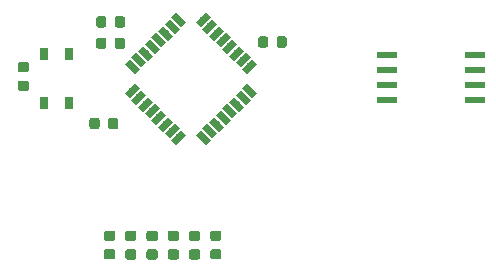
<source format=gtp>
G04 #@! TF.GenerationSoftware,KiCad,Pcbnew,(5.0.0)*
G04 #@! TF.CreationDate,2019-01-23T06:14:12+09:00*
G04 #@! TF.ProjectId,PDS,5044532E6B696361645F706362000000,rev?*
G04 #@! TF.SameCoordinates,Original*
G04 #@! TF.FileFunction,Paste,Top*
G04 #@! TF.FilePolarity,Positive*
%FSLAX46Y46*%
G04 Gerber Fmt 4.6, Leading zero omitted, Abs format (unit mm)*
G04 Created by KiCad (PCBNEW (5.0.0)) date 01/23/19 06:14:12*
%MOMM*%
%LPD*%
G01*
G04 APERTURE LIST*
%ADD10C,1.000000*%
%ADD11C,0.875000*%
%ADD12R,1.750000X0.550000*%
%ADD13R,0.650000X1.050000*%
%ADD14C,0.600000*%
G04 APERTURE END LIST*
D10*
G04 #@! TO.C,C3*
G36*
X70415191Y-112326053D02*
X70436426Y-112329203D01*
X70457250Y-112334419D01*
X70477462Y-112341651D01*
X70496868Y-112350830D01*
X70515281Y-112361866D01*
X70532524Y-112374654D01*
X70548430Y-112389070D01*
X70562846Y-112404976D01*
X70575634Y-112422219D01*
X70586670Y-112440632D01*
X70595849Y-112460038D01*
X70603081Y-112480250D01*
X70608297Y-112501074D01*
X70611447Y-112522309D01*
X70612500Y-112543750D01*
X70612500Y-113056250D01*
X70611447Y-113077691D01*
X70608297Y-113098926D01*
X70603081Y-113119750D01*
X70595849Y-113139962D01*
X70586670Y-113159368D01*
X70575634Y-113177781D01*
X70562846Y-113195024D01*
X70548430Y-113210930D01*
X70532524Y-113225346D01*
X70515281Y-113238134D01*
X70496868Y-113249170D01*
X70477462Y-113258349D01*
X70457250Y-113265581D01*
X70436426Y-113270797D01*
X70415191Y-113273947D01*
X70393750Y-113275000D01*
X69956250Y-113275000D01*
X69934809Y-113273947D01*
X69913574Y-113270797D01*
X69892750Y-113265581D01*
X69872538Y-113258349D01*
X69853132Y-113249170D01*
X69834719Y-113238134D01*
X69817476Y-113225346D01*
X69801570Y-113210930D01*
X69787154Y-113195024D01*
X69774366Y-113177781D01*
X69763330Y-113159368D01*
X69754151Y-113139962D01*
X69746919Y-113119750D01*
X69741703Y-113098926D01*
X69738553Y-113077691D01*
X69737500Y-113056250D01*
X69737500Y-112543750D01*
X69738553Y-112522309D01*
X69741703Y-112501074D01*
X69746919Y-112480250D01*
X69754151Y-112460038D01*
X69763330Y-112440632D01*
X69774366Y-112422219D01*
X69787154Y-112404976D01*
X69801570Y-112389070D01*
X69817476Y-112374654D01*
X69834719Y-112361866D01*
X69853132Y-112350830D01*
X69872538Y-112341651D01*
X69892750Y-112334419D01*
X69913574Y-112329203D01*
X69934809Y-112326053D01*
X69956250Y-112325000D01*
X70393750Y-112325000D01*
X70415191Y-112326053D01*
X70415191Y-112326053D01*
G37*
D11*
X70175000Y-112800000D03*
D10*
G36*
X68840191Y-112326053D02*
X68861426Y-112329203D01*
X68882250Y-112334419D01*
X68902462Y-112341651D01*
X68921868Y-112350830D01*
X68940281Y-112361866D01*
X68957524Y-112374654D01*
X68973430Y-112389070D01*
X68987846Y-112404976D01*
X69000634Y-112422219D01*
X69011670Y-112440632D01*
X69020849Y-112460038D01*
X69028081Y-112480250D01*
X69033297Y-112501074D01*
X69036447Y-112522309D01*
X69037500Y-112543750D01*
X69037500Y-113056250D01*
X69036447Y-113077691D01*
X69033297Y-113098926D01*
X69028081Y-113119750D01*
X69020849Y-113139962D01*
X69011670Y-113159368D01*
X69000634Y-113177781D01*
X68987846Y-113195024D01*
X68973430Y-113210930D01*
X68957524Y-113225346D01*
X68940281Y-113238134D01*
X68921868Y-113249170D01*
X68902462Y-113258349D01*
X68882250Y-113265581D01*
X68861426Y-113270797D01*
X68840191Y-113273947D01*
X68818750Y-113275000D01*
X68381250Y-113275000D01*
X68359809Y-113273947D01*
X68338574Y-113270797D01*
X68317750Y-113265581D01*
X68297538Y-113258349D01*
X68278132Y-113249170D01*
X68259719Y-113238134D01*
X68242476Y-113225346D01*
X68226570Y-113210930D01*
X68212154Y-113195024D01*
X68199366Y-113177781D01*
X68188330Y-113159368D01*
X68179151Y-113139962D01*
X68171919Y-113119750D01*
X68166703Y-113098926D01*
X68163553Y-113077691D01*
X68162500Y-113056250D01*
X68162500Y-112543750D01*
X68163553Y-112522309D01*
X68166703Y-112501074D01*
X68171919Y-112480250D01*
X68179151Y-112460038D01*
X68188330Y-112440632D01*
X68199366Y-112422219D01*
X68212154Y-112404976D01*
X68226570Y-112389070D01*
X68242476Y-112374654D01*
X68259719Y-112361866D01*
X68278132Y-112350830D01*
X68297538Y-112341651D01*
X68317750Y-112334419D01*
X68338574Y-112329203D01*
X68359809Y-112326053D01*
X68381250Y-112325000D01*
X68818750Y-112325000D01*
X68840191Y-112326053D01*
X68840191Y-112326053D01*
G37*
D11*
X68600000Y-112800000D03*
G04 #@! TD*
D10*
G04 #@! TO.C,C4*
G36*
X70415191Y-114126053D02*
X70436426Y-114129203D01*
X70457250Y-114134419D01*
X70477462Y-114141651D01*
X70496868Y-114150830D01*
X70515281Y-114161866D01*
X70532524Y-114174654D01*
X70548430Y-114189070D01*
X70562846Y-114204976D01*
X70575634Y-114222219D01*
X70586670Y-114240632D01*
X70595849Y-114260038D01*
X70603081Y-114280250D01*
X70608297Y-114301074D01*
X70611447Y-114322309D01*
X70612500Y-114343750D01*
X70612500Y-114856250D01*
X70611447Y-114877691D01*
X70608297Y-114898926D01*
X70603081Y-114919750D01*
X70595849Y-114939962D01*
X70586670Y-114959368D01*
X70575634Y-114977781D01*
X70562846Y-114995024D01*
X70548430Y-115010930D01*
X70532524Y-115025346D01*
X70515281Y-115038134D01*
X70496868Y-115049170D01*
X70477462Y-115058349D01*
X70457250Y-115065581D01*
X70436426Y-115070797D01*
X70415191Y-115073947D01*
X70393750Y-115075000D01*
X69956250Y-115075000D01*
X69934809Y-115073947D01*
X69913574Y-115070797D01*
X69892750Y-115065581D01*
X69872538Y-115058349D01*
X69853132Y-115049170D01*
X69834719Y-115038134D01*
X69817476Y-115025346D01*
X69801570Y-115010930D01*
X69787154Y-114995024D01*
X69774366Y-114977781D01*
X69763330Y-114959368D01*
X69754151Y-114939962D01*
X69746919Y-114919750D01*
X69741703Y-114898926D01*
X69738553Y-114877691D01*
X69737500Y-114856250D01*
X69737500Y-114343750D01*
X69738553Y-114322309D01*
X69741703Y-114301074D01*
X69746919Y-114280250D01*
X69754151Y-114260038D01*
X69763330Y-114240632D01*
X69774366Y-114222219D01*
X69787154Y-114204976D01*
X69801570Y-114189070D01*
X69817476Y-114174654D01*
X69834719Y-114161866D01*
X69853132Y-114150830D01*
X69872538Y-114141651D01*
X69892750Y-114134419D01*
X69913574Y-114129203D01*
X69934809Y-114126053D01*
X69956250Y-114125000D01*
X70393750Y-114125000D01*
X70415191Y-114126053D01*
X70415191Y-114126053D01*
G37*
D11*
X70175000Y-114600000D03*
D10*
G36*
X68840191Y-114126053D02*
X68861426Y-114129203D01*
X68882250Y-114134419D01*
X68902462Y-114141651D01*
X68921868Y-114150830D01*
X68940281Y-114161866D01*
X68957524Y-114174654D01*
X68973430Y-114189070D01*
X68987846Y-114204976D01*
X69000634Y-114222219D01*
X69011670Y-114240632D01*
X69020849Y-114260038D01*
X69028081Y-114280250D01*
X69033297Y-114301074D01*
X69036447Y-114322309D01*
X69037500Y-114343750D01*
X69037500Y-114856250D01*
X69036447Y-114877691D01*
X69033297Y-114898926D01*
X69028081Y-114919750D01*
X69020849Y-114939962D01*
X69011670Y-114959368D01*
X69000634Y-114977781D01*
X68987846Y-114995024D01*
X68973430Y-115010930D01*
X68957524Y-115025346D01*
X68940281Y-115038134D01*
X68921868Y-115049170D01*
X68902462Y-115058349D01*
X68882250Y-115065581D01*
X68861426Y-115070797D01*
X68840191Y-115073947D01*
X68818750Y-115075000D01*
X68381250Y-115075000D01*
X68359809Y-115073947D01*
X68338574Y-115070797D01*
X68317750Y-115065581D01*
X68297538Y-115058349D01*
X68278132Y-115049170D01*
X68259719Y-115038134D01*
X68242476Y-115025346D01*
X68226570Y-115010930D01*
X68212154Y-114995024D01*
X68199366Y-114977781D01*
X68188330Y-114959368D01*
X68179151Y-114939962D01*
X68171919Y-114919750D01*
X68166703Y-114898926D01*
X68163553Y-114877691D01*
X68162500Y-114856250D01*
X68162500Y-114343750D01*
X68163553Y-114322309D01*
X68166703Y-114301074D01*
X68171919Y-114280250D01*
X68179151Y-114260038D01*
X68188330Y-114240632D01*
X68199366Y-114222219D01*
X68212154Y-114204976D01*
X68226570Y-114189070D01*
X68242476Y-114174654D01*
X68259719Y-114161866D01*
X68278132Y-114150830D01*
X68297538Y-114141651D01*
X68317750Y-114134419D01*
X68338574Y-114129203D01*
X68359809Y-114126053D01*
X68381250Y-114125000D01*
X68818750Y-114125000D01*
X68840191Y-114126053D01*
X68840191Y-114126053D01*
G37*
D11*
X68600000Y-114600000D03*
G04 #@! TD*
D10*
G04 #@! TO.C,C5*
G36*
X69840191Y-120926053D02*
X69861426Y-120929203D01*
X69882250Y-120934419D01*
X69902462Y-120941651D01*
X69921868Y-120950830D01*
X69940281Y-120961866D01*
X69957524Y-120974654D01*
X69973430Y-120989070D01*
X69987846Y-121004976D01*
X70000634Y-121022219D01*
X70011670Y-121040632D01*
X70020849Y-121060038D01*
X70028081Y-121080250D01*
X70033297Y-121101074D01*
X70036447Y-121122309D01*
X70037500Y-121143750D01*
X70037500Y-121656250D01*
X70036447Y-121677691D01*
X70033297Y-121698926D01*
X70028081Y-121719750D01*
X70020849Y-121739962D01*
X70011670Y-121759368D01*
X70000634Y-121777781D01*
X69987846Y-121795024D01*
X69973430Y-121810930D01*
X69957524Y-121825346D01*
X69940281Y-121838134D01*
X69921868Y-121849170D01*
X69902462Y-121858349D01*
X69882250Y-121865581D01*
X69861426Y-121870797D01*
X69840191Y-121873947D01*
X69818750Y-121875000D01*
X69381250Y-121875000D01*
X69359809Y-121873947D01*
X69338574Y-121870797D01*
X69317750Y-121865581D01*
X69297538Y-121858349D01*
X69278132Y-121849170D01*
X69259719Y-121838134D01*
X69242476Y-121825346D01*
X69226570Y-121810930D01*
X69212154Y-121795024D01*
X69199366Y-121777781D01*
X69188330Y-121759368D01*
X69179151Y-121739962D01*
X69171919Y-121719750D01*
X69166703Y-121698926D01*
X69163553Y-121677691D01*
X69162500Y-121656250D01*
X69162500Y-121143750D01*
X69163553Y-121122309D01*
X69166703Y-121101074D01*
X69171919Y-121080250D01*
X69179151Y-121060038D01*
X69188330Y-121040632D01*
X69199366Y-121022219D01*
X69212154Y-121004976D01*
X69226570Y-120989070D01*
X69242476Y-120974654D01*
X69259719Y-120961866D01*
X69278132Y-120950830D01*
X69297538Y-120941651D01*
X69317750Y-120934419D01*
X69338574Y-120929203D01*
X69359809Y-120926053D01*
X69381250Y-120925000D01*
X69818750Y-120925000D01*
X69840191Y-120926053D01*
X69840191Y-120926053D01*
G37*
D11*
X69600000Y-121400000D03*
D10*
G36*
X68265191Y-120926053D02*
X68286426Y-120929203D01*
X68307250Y-120934419D01*
X68327462Y-120941651D01*
X68346868Y-120950830D01*
X68365281Y-120961866D01*
X68382524Y-120974654D01*
X68398430Y-120989070D01*
X68412846Y-121004976D01*
X68425634Y-121022219D01*
X68436670Y-121040632D01*
X68445849Y-121060038D01*
X68453081Y-121080250D01*
X68458297Y-121101074D01*
X68461447Y-121122309D01*
X68462500Y-121143750D01*
X68462500Y-121656250D01*
X68461447Y-121677691D01*
X68458297Y-121698926D01*
X68453081Y-121719750D01*
X68445849Y-121739962D01*
X68436670Y-121759368D01*
X68425634Y-121777781D01*
X68412846Y-121795024D01*
X68398430Y-121810930D01*
X68382524Y-121825346D01*
X68365281Y-121838134D01*
X68346868Y-121849170D01*
X68327462Y-121858349D01*
X68307250Y-121865581D01*
X68286426Y-121870797D01*
X68265191Y-121873947D01*
X68243750Y-121875000D01*
X67806250Y-121875000D01*
X67784809Y-121873947D01*
X67763574Y-121870797D01*
X67742750Y-121865581D01*
X67722538Y-121858349D01*
X67703132Y-121849170D01*
X67684719Y-121838134D01*
X67667476Y-121825346D01*
X67651570Y-121810930D01*
X67637154Y-121795024D01*
X67624366Y-121777781D01*
X67613330Y-121759368D01*
X67604151Y-121739962D01*
X67596919Y-121719750D01*
X67591703Y-121698926D01*
X67588553Y-121677691D01*
X67587500Y-121656250D01*
X67587500Y-121143750D01*
X67588553Y-121122309D01*
X67591703Y-121101074D01*
X67596919Y-121080250D01*
X67604151Y-121060038D01*
X67613330Y-121040632D01*
X67624366Y-121022219D01*
X67637154Y-121004976D01*
X67651570Y-120989070D01*
X67667476Y-120974654D01*
X67684719Y-120961866D01*
X67703132Y-120950830D01*
X67722538Y-120941651D01*
X67742750Y-120934419D01*
X67763574Y-120929203D01*
X67784809Y-120926053D01*
X67806250Y-120925000D01*
X68243750Y-120925000D01*
X68265191Y-120926053D01*
X68265191Y-120926053D01*
G37*
D11*
X68025000Y-121400000D03*
G04 #@! TD*
D10*
G04 #@! TO.C,C6*
G36*
X82540191Y-114026053D02*
X82561426Y-114029203D01*
X82582250Y-114034419D01*
X82602462Y-114041651D01*
X82621868Y-114050830D01*
X82640281Y-114061866D01*
X82657524Y-114074654D01*
X82673430Y-114089070D01*
X82687846Y-114104976D01*
X82700634Y-114122219D01*
X82711670Y-114140632D01*
X82720849Y-114160038D01*
X82728081Y-114180250D01*
X82733297Y-114201074D01*
X82736447Y-114222309D01*
X82737500Y-114243750D01*
X82737500Y-114756250D01*
X82736447Y-114777691D01*
X82733297Y-114798926D01*
X82728081Y-114819750D01*
X82720849Y-114839962D01*
X82711670Y-114859368D01*
X82700634Y-114877781D01*
X82687846Y-114895024D01*
X82673430Y-114910930D01*
X82657524Y-114925346D01*
X82640281Y-114938134D01*
X82621868Y-114949170D01*
X82602462Y-114958349D01*
X82582250Y-114965581D01*
X82561426Y-114970797D01*
X82540191Y-114973947D01*
X82518750Y-114975000D01*
X82081250Y-114975000D01*
X82059809Y-114973947D01*
X82038574Y-114970797D01*
X82017750Y-114965581D01*
X81997538Y-114958349D01*
X81978132Y-114949170D01*
X81959719Y-114938134D01*
X81942476Y-114925346D01*
X81926570Y-114910930D01*
X81912154Y-114895024D01*
X81899366Y-114877781D01*
X81888330Y-114859368D01*
X81879151Y-114839962D01*
X81871919Y-114819750D01*
X81866703Y-114798926D01*
X81863553Y-114777691D01*
X81862500Y-114756250D01*
X81862500Y-114243750D01*
X81863553Y-114222309D01*
X81866703Y-114201074D01*
X81871919Y-114180250D01*
X81879151Y-114160038D01*
X81888330Y-114140632D01*
X81899366Y-114122219D01*
X81912154Y-114104976D01*
X81926570Y-114089070D01*
X81942476Y-114074654D01*
X81959719Y-114061866D01*
X81978132Y-114050830D01*
X81997538Y-114041651D01*
X82017750Y-114034419D01*
X82038574Y-114029203D01*
X82059809Y-114026053D01*
X82081250Y-114025000D01*
X82518750Y-114025000D01*
X82540191Y-114026053D01*
X82540191Y-114026053D01*
G37*
D11*
X82300000Y-114500000D03*
D10*
G36*
X84115191Y-114026053D02*
X84136426Y-114029203D01*
X84157250Y-114034419D01*
X84177462Y-114041651D01*
X84196868Y-114050830D01*
X84215281Y-114061866D01*
X84232524Y-114074654D01*
X84248430Y-114089070D01*
X84262846Y-114104976D01*
X84275634Y-114122219D01*
X84286670Y-114140632D01*
X84295849Y-114160038D01*
X84303081Y-114180250D01*
X84308297Y-114201074D01*
X84311447Y-114222309D01*
X84312500Y-114243750D01*
X84312500Y-114756250D01*
X84311447Y-114777691D01*
X84308297Y-114798926D01*
X84303081Y-114819750D01*
X84295849Y-114839962D01*
X84286670Y-114859368D01*
X84275634Y-114877781D01*
X84262846Y-114895024D01*
X84248430Y-114910930D01*
X84232524Y-114925346D01*
X84215281Y-114938134D01*
X84196868Y-114949170D01*
X84177462Y-114958349D01*
X84157250Y-114965581D01*
X84136426Y-114970797D01*
X84115191Y-114973947D01*
X84093750Y-114975000D01*
X83656250Y-114975000D01*
X83634809Y-114973947D01*
X83613574Y-114970797D01*
X83592750Y-114965581D01*
X83572538Y-114958349D01*
X83553132Y-114949170D01*
X83534719Y-114938134D01*
X83517476Y-114925346D01*
X83501570Y-114910930D01*
X83487154Y-114895024D01*
X83474366Y-114877781D01*
X83463330Y-114859368D01*
X83454151Y-114839962D01*
X83446919Y-114819750D01*
X83441703Y-114798926D01*
X83438553Y-114777691D01*
X83437500Y-114756250D01*
X83437500Y-114243750D01*
X83438553Y-114222309D01*
X83441703Y-114201074D01*
X83446919Y-114180250D01*
X83454151Y-114160038D01*
X83463330Y-114140632D01*
X83474366Y-114122219D01*
X83487154Y-114104976D01*
X83501570Y-114089070D01*
X83517476Y-114074654D01*
X83534719Y-114061866D01*
X83553132Y-114050830D01*
X83572538Y-114041651D01*
X83592750Y-114034419D01*
X83613574Y-114029203D01*
X83634809Y-114026053D01*
X83656250Y-114025000D01*
X84093750Y-114025000D01*
X84115191Y-114026053D01*
X84115191Y-114026053D01*
G37*
D11*
X83875000Y-114500000D03*
G04 #@! TD*
D10*
G04 #@! TO.C,C7*
G36*
X62277691Y-116188553D02*
X62298926Y-116191703D01*
X62319750Y-116196919D01*
X62339962Y-116204151D01*
X62359368Y-116213330D01*
X62377781Y-116224366D01*
X62395024Y-116237154D01*
X62410930Y-116251570D01*
X62425346Y-116267476D01*
X62438134Y-116284719D01*
X62449170Y-116303132D01*
X62458349Y-116322538D01*
X62465581Y-116342750D01*
X62470797Y-116363574D01*
X62473947Y-116384809D01*
X62475000Y-116406250D01*
X62475000Y-116843750D01*
X62473947Y-116865191D01*
X62470797Y-116886426D01*
X62465581Y-116907250D01*
X62458349Y-116927462D01*
X62449170Y-116946868D01*
X62438134Y-116965281D01*
X62425346Y-116982524D01*
X62410930Y-116998430D01*
X62395024Y-117012846D01*
X62377781Y-117025634D01*
X62359368Y-117036670D01*
X62339962Y-117045849D01*
X62319750Y-117053081D01*
X62298926Y-117058297D01*
X62277691Y-117061447D01*
X62256250Y-117062500D01*
X61743750Y-117062500D01*
X61722309Y-117061447D01*
X61701074Y-117058297D01*
X61680250Y-117053081D01*
X61660038Y-117045849D01*
X61640632Y-117036670D01*
X61622219Y-117025634D01*
X61604976Y-117012846D01*
X61589070Y-116998430D01*
X61574654Y-116982524D01*
X61561866Y-116965281D01*
X61550830Y-116946868D01*
X61541651Y-116927462D01*
X61534419Y-116907250D01*
X61529203Y-116886426D01*
X61526053Y-116865191D01*
X61525000Y-116843750D01*
X61525000Y-116406250D01*
X61526053Y-116384809D01*
X61529203Y-116363574D01*
X61534419Y-116342750D01*
X61541651Y-116322538D01*
X61550830Y-116303132D01*
X61561866Y-116284719D01*
X61574654Y-116267476D01*
X61589070Y-116251570D01*
X61604976Y-116237154D01*
X61622219Y-116224366D01*
X61640632Y-116213330D01*
X61660038Y-116204151D01*
X61680250Y-116196919D01*
X61701074Y-116191703D01*
X61722309Y-116188553D01*
X61743750Y-116187500D01*
X62256250Y-116187500D01*
X62277691Y-116188553D01*
X62277691Y-116188553D01*
G37*
D11*
X62000000Y-116625000D03*
D10*
G36*
X62277691Y-117763553D02*
X62298926Y-117766703D01*
X62319750Y-117771919D01*
X62339962Y-117779151D01*
X62359368Y-117788330D01*
X62377781Y-117799366D01*
X62395024Y-117812154D01*
X62410930Y-117826570D01*
X62425346Y-117842476D01*
X62438134Y-117859719D01*
X62449170Y-117878132D01*
X62458349Y-117897538D01*
X62465581Y-117917750D01*
X62470797Y-117938574D01*
X62473947Y-117959809D01*
X62475000Y-117981250D01*
X62475000Y-118418750D01*
X62473947Y-118440191D01*
X62470797Y-118461426D01*
X62465581Y-118482250D01*
X62458349Y-118502462D01*
X62449170Y-118521868D01*
X62438134Y-118540281D01*
X62425346Y-118557524D01*
X62410930Y-118573430D01*
X62395024Y-118587846D01*
X62377781Y-118600634D01*
X62359368Y-118611670D01*
X62339962Y-118620849D01*
X62319750Y-118628081D01*
X62298926Y-118633297D01*
X62277691Y-118636447D01*
X62256250Y-118637500D01*
X61743750Y-118637500D01*
X61722309Y-118636447D01*
X61701074Y-118633297D01*
X61680250Y-118628081D01*
X61660038Y-118620849D01*
X61640632Y-118611670D01*
X61622219Y-118600634D01*
X61604976Y-118587846D01*
X61589070Y-118573430D01*
X61574654Y-118557524D01*
X61561866Y-118540281D01*
X61550830Y-118521868D01*
X61541651Y-118502462D01*
X61534419Y-118482250D01*
X61529203Y-118461426D01*
X61526053Y-118440191D01*
X61525000Y-118418750D01*
X61525000Y-117981250D01*
X61526053Y-117959809D01*
X61529203Y-117938574D01*
X61534419Y-117917750D01*
X61541651Y-117897538D01*
X61550830Y-117878132D01*
X61561866Y-117859719D01*
X61574654Y-117842476D01*
X61589070Y-117826570D01*
X61604976Y-117812154D01*
X61622219Y-117799366D01*
X61640632Y-117788330D01*
X61660038Y-117779151D01*
X61680250Y-117771919D01*
X61701074Y-117766703D01*
X61722309Y-117763553D01*
X61743750Y-117762500D01*
X62256250Y-117762500D01*
X62277691Y-117763553D01*
X62277691Y-117763553D01*
G37*
D11*
X62000000Y-118200000D03*
G04 #@! TD*
D10*
G04 #@! TO.C,D1*
G36*
X69577691Y-130463553D02*
X69598926Y-130466703D01*
X69619750Y-130471919D01*
X69639962Y-130479151D01*
X69659368Y-130488330D01*
X69677781Y-130499366D01*
X69695024Y-130512154D01*
X69710930Y-130526570D01*
X69725346Y-130542476D01*
X69738134Y-130559719D01*
X69749170Y-130578132D01*
X69758349Y-130597538D01*
X69765581Y-130617750D01*
X69770797Y-130638574D01*
X69773947Y-130659809D01*
X69775000Y-130681250D01*
X69775000Y-131118750D01*
X69773947Y-131140191D01*
X69770797Y-131161426D01*
X69765581Y-131182250D01*
X69758349Y-131202462D01*
X69749170Y-131221868D01*
X69738134Y-131240281D01*
X69725346Y-131257524D01*
X69710930Y-131273430D01*
X69695024Y-131287846D01*
X69677781Y-131300634D01*
X69659368Y-131311670D01*
X69639962Y-131320849D01*
X69619750Y-131328081D01*
X69598926Y-131333297D01*
X69577691Y-131336447D01*
X69556250Y-131337500D01*
X69043750Y-131337500D01*
X69022309Y-131336447D01*
X69001074Y-131333297D01*
X68980250Y-131328081D01*
X68960038Y-131320849D01*
X68940632Y-131311670D01*
X68922219Y-131300634D01*
X68904976Y-131287846D01*
X68889070Y-131273430D01*
X68874654Y-131257524D01*
X68861866Y-131240281D01*
X68850830Y-131221868D01*
X68841651Y-131202462D01*
X68834419Y-131182250D01*
X68829203Y-131161426D01*
X68826053Y-131140191D01*
X68825000Y-131118750D01*
X68825000Y-130681250D01*
X68826053Y-130659809D01*
X68829203Y-130638574D01*
X68834419Y-130617750D01*
X68841651Y-130597538D01*
X68850830Y-130578132D01*
X68861866Y-130559719D01*
X68874654Y-130542476D01*
X68889070Y-130526570D01*
X68904976Y-130512154D01*
X68922219Y-130499366D01*
X68940632Y-130488330D01*
X68960038Y-130479151D01*
X68980250Y-130471919D01*
X69001074Y-130466703D01*
X69022309Y-130463553D01*
X69043750Y-130462500D01*
X69556250Y-130462500D01*
X69577691Y-130463553D01*
X69577691Y-130463553D01*
G37*
D11*
X69300000Y-130900000D03*
D10*
G36*
X69577691Y-132038553D02*
X69598926Y-132041703D01*
X69619750Y-132046919D01*
X69639962Y-132054151D01*
X69659368Y-132063330D01*
X69677781Y-132074366D01*
X69695024Y-132087154D01*
X69710930Y-132101570D01*
X69725346Y-132117476D01*
X69738134Y-132134719D01*
X69749170Y-132153132D01*
X69758349Y-132172538D01*
X69765581Y-132192750D01*
X69770797Y-132213574D01*
X69773947Y-132234809D01*
X69775000Y-132256250D01*
X69775000Y-132693750D01*
X69773947Y-132715191D01*
X69770797Y-132736426D01*
X69765581Y-132757250D01*
X69758349Y-132777462D01*
X69749170Y-132796868D01*
X69738134Y-132815281D01*
X69725346Y-132832524D01*
X69710930Y-132848430D01*
X69695024Y-132862846D01*
X69677781Y-132875634D01*
X69659368Y-132886670D01*
X69639962Y-132895849D01*
X69619750Y-132903081D01*
X69598926Y-132908297D01*
X69577691Y-132911447D01*
X69556250Y-132912500D01*
X69043750Y-132912500D01*
X69022309Y-132911447D01*
X69001074Y-132908297D01*
X68980250Y-132903081D01*
X68960038Y-132895849D01*
X68940632Y-132886670D01*
X68922219Y-132875634D01*
X68904976Y-132862846D01*
X68889070Y-132848430D01*
X68874654Y-132832524D01*
X68861866Y-132815281D01*
X68850830Y-132796868D01*
X68841651Y-132777462D01*
X68834419Y-132757250D01*
X68829203Y-132736426D01*
X68826053Y-132715191D01*
X68825000Y-132693750D01*
X68825000Y-132256250D01*
X68826053Y-132234809D01*
X68829203Y-132213574D01*
X68834419Y-132192750D01*
X68841651Y-132172538D01*
X68850830Y-132153132D01*
X68861866Y-132134719D01*
X68874654Y-132117476D01*
X68889070Y-132101570D01*
X68904976Y-132087154D01*
X68922219Y-132074366D01*
X68940632Y-132063330D01*
X68960038Y-132054151D01*
X68980250Y-132046919D01*
X69001074Y-132041703D01*
X69022309Y-132038553D01*
X69043750Y-132037500D01*
X69556250Y-132037500D01*
X69577691Y-132038553D01*
X69577691Y-132038553D01*
G37*
D11*
X69300000Y-132475000D03*
G04 #@! TD*
D10*
G04 #@! TO.C,D2*
G36*
X71377691Y-132051053D02*
X71398926Y-132054203D01*
X71419750Y-132059419D01*
X71439962Y-132066651D01*
X71459368Y-132075830D01*
X71477781Y-132086866D01*
X71495024Y-132099654D01*
X71510930Y-132114070D01*
X71525346Y-132129976D01*
X71538134Y-132147219D01*
X71549170Y-132165632D01*
X71558349Y-132185038D01*
X71565581Y-132205250D01*
X71570797Y-132226074D01*
X71573947Y-132247309D01*
X71575000Y-132268750D01*
X71575000Y-132706250D01*
X71573947Y-132727691D01*
X71570797Y-132748926D01*
X71565581Y-132769750D01*
X71558349Y-132789962D01*
X71549170Y-132809368D01*
X71538134Y-132827781D01*
X71525346Y-132845024D01*
X71510930Y-132860930D01*
X71495024Y-132875346D01*
X71477781Y-132888134D01*
X71459368Y-132899170D01*
X71439962Y-132908349D01*
X71419750Y-132915581D01*
X71398926Y-132920797D01*
X71377691Y-132923947D01*
X71356250Y-132925000D01*
X70843750Y-132925000D01*
X70822309Y-132923947D01*
X70801074Y-132920797D01*
X70780250Y-132915581D01*
X70760038Y-132908349D01*
X70740632Y-132899170D01*
X70722219Y-132888134D01*
X70704976Y-132875346D01*
X70689070Y-132860930D01*
X70674654Y-132845024D01*
X70661866Y-132827781D01*
X70650830Y-132809368D01*
X70641651Y-132789962D01*
X70634419Y-132769750D01*
X70629203Y-132748926D01*
X70626053Y-132727691D01*
X70625000Y-132706250D01*
X70625000Y-132268750D01*
X70626053Y-132247309D01*
X70629203Y-132226074D01*
X70634419Y-132205250D01*
X70641651Y-132185038D01*
X70650830Y-132165632D01*
X70661866Y-132147219D01*
X70674654Y-132129976D01*
X70689070Y-132114070D01*
X70704976Y-132099654D01*
X70722219Y-132086866D01*
X70740632Y-132075830D01*
X70760038Y-132066651D01*
X70780250Y-132059419D01*
X70801074Y-132054203D01*
X70822309Y-132051053D01*
X70843750Y-132050000D01*
X71356250Y-132050000D01*
X71377691Y-132051053D01*
X71377691Y-132051053D01*
G37*
D11*
X71100000Y-132487500D03*
D10*
G36*
X71377691Y-130476053D02*
X71398926Y-130479203D01*
X71419750Y-130484419D01*
X71439962Y-130491651D01*
X71459368Y-130500830D01*
X71477781Y-130511866D01*
X71495024Y-130524654D01*
X71510930Y-130539070D01*
X71525346Y-130554976D01*
X71538134Y-130572219D01*
X71549170Y-130590632D01*
X71558349Y-130610038D01*
X71565581Y-130630250D01*
X71570797Y-130651074D01*
X71573947Y-130672309D01*
X71575000Y-130693750D01*
X71575000Y-131131250D01*
X71573947Y-131152691D01*
X71570797Y-131173926D01*
X71565581Y-131194750D01*
X71558349Y-131214962D01*
X71549170Y-131234368D01*
X71538134Y-131252781D01*
X71525346Y-131270024D01*
X71510930Y-131285930D01*
X71495024Y-131300346D01*
X71477781Y-131313134D01*
X71459368Y-131324170D01*
X71439962Y-131333349D01*
X71419750Y-131340581D01*
X71398926Y-131345797D01*
X71377691Y-131348947D01*
X71356250Y-131350000D01*
X70843750Y-131350000D01*
X70822309Y-131348947D01*
X70801074Y-131345797D01*
X70780250Y-131340581D01*
X70760038Y-131333349D01*
X70740632Y-131324170D01*
X70722219Y-131313134D01*
X70704976Y-131300346D01*
X70689070Y-131285930D01*
X70674654Y-131270024D01*
X70661866Y-131252781D01*
X70650830Y-131234368D01*
X70641651Y-131214962D01*
X70634419Y-131194750D01*
X70629203Y-131173926D01*
X70626053Y-131152691D01*
X70625000Y-131131250D01*
X70625000Y-130693750D01*
X70626053Y-130672309D01*
X70629203Y-130651074D01*
X70634419Y-130630250D01*
X70641651Y-130610038D01*
X70650830Y-130590632D01*
X70661866Y-130572219D01*
X70674654Y-130554976D01*
X70689070Y-130539070D01*
X70704976Y-130524654D01*
X70722219Y-130511866D01*
X70740632Y-130500830D01*
X70760038Y-130491651D01*
X70780250Y-130484419D01*
X70801074Y-130479203D01*
X70822309Y-130476053D01*
X70843750Y-130475000D01*
X71356250Y-130475000D01*
X71377691Y-130476053D01*
X71377691Y-130476053D01*
G37*
D11*
X71100000Y-130912500D03*
G04 #@! TD*
D10*
G04 #@! TO.C,D3*
G36*
X73177691Y-130476053D02*
X73198926Y-130479203D01*
X73219750Y-130484419D01*
X73239962Y-130491651D01*
X73259368Y-130500830D01*
X73277781Y-130511866D01*
X73295024Y-130524654D01*
X73310930Y-130539070D01*
X73325346Y-130554976D01*
X73338134Y-130572219D01*
X73349170Y-130590632D01*
X73358349Y-130610038D01*
X73365581Y-130630250D01*
X73370797Y-130651074D01*
X73373947Y-130672309D01*
X73375000Y-130693750D01*
X73375000Y-131131250D01*
X73373947Y-131152691D01*
X73370797Y-131173926D01*
X73365581Y-131194750D01*
X73358349Y-131214962D01*
X73349170Y-131234368D01*
X73338134Y-131252781D01*
X73325346Y-131270024D01*
X73310930Y-131285930D01*
X73295024Y-131300346D01*
X73277781Y-131313134D01*
X73259368Y-131324170D01*
X73239962Y-131333349D01*
X73219750Y-131340581D01*
X73198926Y-131345797D01*
X73177691Y-131348947D01*
X73156250Y-131350000D01*
X72643750Y-131350000D01*
X72622309Y-131348947D01*
X72601074Y-131345797D01*
X72580250Y-131340581D01*
X72560038Y-131333349D01*
X72540632Y-131324170D01*
X72522219Y-131313134D01*
X72504976Y-131300346D01*
X72489070Y-131285930D01*
X72474654Y-131270024D01*
X72461866Y-131252781D01*
X72450830Y-131234368D01*
X72441651Y-131214962D01*
X72434419Y-131194750D01*
X72429203Y-131173926D01*
X72426053Y-131152691D01*
X72425000Y-131131250D01*
X72425000Y-130693750D01*
X72426053Y-130672309D01*
X72429203Y-130651074D01*
X72434419Y-130630250D01*
X72441651Y-130610038D01*
X72450830Y-130590632D01*
X72461866Y-130572219D01*
X72474654Y-130554976D01*
X72489070Y-130539070D01*
X72504976Y-130524654D01*
X72522219Y-130511866D01*
X72540632Y-130500830D01*
X72560038Y-130491651D01*
X72580250Y-130484419D01*
X72601074Y-130479203D01*
X72622309Y-130476053D01*
X72643750Y-130475000D01*
X73156250Y-130475000D01*
X73177691Y-130476053D01*
X73177691Y-130476053D01*
G37*
D11*
X72900000Y-130912500D03*
D10*
G36*
X73177691Y-132051053D02*
X73198926Y-132054203D01*
X73219750Y-132059419D01*
X73239962Y-132066651D01*
X73259368Y-132075830D01*
X73277781Y-132086866D01*
X73295024Y-132099654D01*
X73310930Y-132114070D01*
X73325346Y-132129976D01*
X73338134Y-132147219D01*
X73349170Y-132165632D01*
X73358349Y-132185038D01*
X73365581Y-132205250D01*
X73370797Y-132226074D01*
X73373947Y-132247309D01*
X73375000Y-132268750D01*
X73375000Y-132706250D01*
X73373947Y-132727691D01*
X73370797Y-132748926D01*
X73365581Y-132769750D01*
X73358349Y-132789962D01*
X73349170Y-132809368D01*
X73338134Y-132827781D01*
X73325346Y-132845024D01*
X73310930Y-132860930D01*
X73295024Y-132875346D01*
X73277781Y-132888134D01*
X73259368Y-132899170D01*
X73239962Y-132908349D01*
X73219750Y-132915581D01*
X73198926Y-132920797D01*
X73177691Y-132923947D01*
X73156250Y-132925000D01*
X72643750Y-132925000D01*
X72622309Y-132923947D01*
X72601074Y-132920797D01*
X72580250Y-132915581D01*
X72560038Y-132908349D01*
X72540632Y-132899170D01*
X72522219Y-132888134D01*
X72504976Y-132875346D01*
X72489070Y-132860930D01*
X72474654Y-132845024D01*
X72461866Y-132827781D01*
X72450830Y-132809368D01*
X72441651Y-132789962D01*
X72434419Y-132769750D01*
X72429203Y-132748926D01*
X72426053Y-132727691D01*
X72425000Y-132706250D01*
X72425000Y-132268750D01*
X72426053Y-132247309D01*
X72429203Y-132226074D01*
X72434419Y-132205250D01*
X72441651Y-132185038D01*
X72450830Y-132165632D01*
X72461866Y-132147219D01*
X72474654Y-132129976D01*
X72489070Y-132114070D01*
X72504976Y-132099654D01*
X72522219Y-132086866D01*
X72540632Y-132075830D01*
X72560038Y-132066651D01*
X72580250Y-132059419D01*
X72601074Y-132054203D01*
X72622309Y-132051053D01*
X72643750Y-132050000D01*
X73156250Y-132050000D01*
X73177691Y-132051053D01*
X73177691Y-132051053D01*
G37*
D11*
X72900000Y-132487500D03*
G04 #@! TD*
D10*
G04 #@! TO.C,D4*
G36*
X76777691Y-132051053D02*
X76798926Y-132054203D01*
X76819750Y-132059419D01*
X76839962Y-132066651D01*
X76859368Y-132075830D01*
X76877781Y-132086866D01*
X76895024Y-132099654D01*
X76910930Y-132114070D01*
X76925346Y-132129976D01*
X76938134Y-132147219D01*
X76949170Y-132165632D01*
X76958349Y-132185038D01*
X76965581Y-132205250D01*
X76970797Y-132226074D01*
X76973947Y-132247309D01*
X76975000Y-132268750D01*
X76975000Y-132706250D01*
X76973947Y-132727691D01*
X76970797Y-132748926D01*
X76965581Y-132769750D01*
X76958349Y-132789962D01*
X76949170Y-132809368D01*
X76938134Y-132827781D01*
X76925346Y-132845024D01*
X76910930Y-132860930D01*
X76895024Y-132875346D01*
X76877781Y-132888134D01*
X76859368Y-132899170D01*
X76839962Y-132908349D01*
X76819750Y-132915581D01*
X76798926Y-132920797D01*
X76777691Y-132923947D01*
X76756250Y-132925000D01*
X76243750Y-132925000D01*
X76222309Y-132923947D01*
X76201074Y-132920797D01*
X76180250Y-132915581D01*
X76160038Y-132908349D01*
X76140632Y-132899170D01*
X76122219Y-132888134D01*
X76104976Y-132875346D01*
X76089070Y-132860930D01*
X76074654Y-132845024D01*
X76061866Y-132827781D01*
X76050830Y-132809368D01*
X76041651Y-132789962D01*
X76034419Y-132769750D01*
X76029203Y-132748926D01*
X76026053Y-132727691D01*
X76025000Y-132706250D01*
X76025000Y-132268750D01*
X76026053Y-132247309D01*
X76029203Y-132226074D01*
X76034419Y-132205250D01*
X76041651Y-132185038D01*
X76050830Y-132165632D01*
X76061866Y-132147219D01*
X76074654Y-132129976D01*
X76089070Y-132114070D01*
X76104976Y-132099654D01*
X76122219Y-132086866D01*
X76140632Y-132075830D01*
X76160038Y-132066651D01*
X76180250Y-132059419D01*
X76201074Y-132054203D01*
X76222309Y-132051053D01*
X76243750Y-132050000D01*
X76756250Y-132050000D01*
X76777691Y-132051053D01*
X76777691Y-132051053D01*
G37*
D11*
X76500000Y-132487500D03*
D10*
G36*
X76777691Y-130476053D02*
X76798926Y-130479203D01*
X76819750Y-130484419D01*
X76839962Y-130491651D01*
X76859368Y-130500830D01*
X76877781Y-130511866D01*
X76895024Y-130524654D01*
X76910930Y-130539070D01*
X76925346Y-130554976D01*
X76938134Y-130572219D01*
X76949170Y-130590632D01*
X76958349Y-130610038D01*
X76965581Y-130630250D01*
X76970797Y-130651074D01*
X76973947Y-130672309D01*
X76975000Y-130693750D01*
X76975000Y-131131250D01*
X76973947Y-131152691D01*
X76970797Y-131173926D01*
X76965581Y-131194750D01*
X76958349Y-131214962D01*
X76949170Y-131234368D01*
X76938134Y-131252781D01*
X76925346Y-131270024D01*
X76910930Y-131285930D01*
X76895024Y-131300346D01*
X76877781Y-131313134D01*
X76859368Y-131324170D01*
X76839962Y-131333349D01*
X76819750Y-131340581D01*
X76798926Y-131345797D01*
X76777691Y-131348947D01*
X76756250Y-131350000D01*
X76243750Y-131350000D01*
X76222309Y-131348947D01*
X76201074Y-131345797D01*
X76180250Y-131340581D01*
X76160038Y-131333349D01*
X76140632Y-131324170D01*
X76122219Y-131313134D01*
X76104976Y-131300346D01*
X76089070Y-131285930D01*
X76074654Y-131270024D01*
X76061866Y-131252781D01*
X76050830Y-131234368D01*
X76041651Y-131214962D01*
X76034419Y-131194750D01*
X76029203Y-131173926D01*
X76026053Y-131152691D01*
X76025000Y-131131250D01*
X76025000Y-130693750D01*
X76026053Y-130672309D01*
X76029203Y-130651074D01*
X76034419Y-130630250D01*
X76041651Y-130610038D01*
X76050830Y-130590632D01*
X76061866Y-130572219D01*
X76074654Y-130554976D01*
X76089070Y-130539070D01*
X76104976Y-130524654D01*
X76122219Y-130511866D01*
X76140632Y-130500830D01*
X76160038Y-130491651D01*
X76180250Y-130484419D01*
X76201074Y-130479203D01*
X76222309Y-130476053D01*
X76243750Y-130475000D01*
X76756250Y-130475000D01*
X76777691Y-130476053D01*
X76777691Y-130476053D01*
G37*
D11*
X76500000Y-130912500D03*
G04 #@! TD*
D10*
G04 #@! TO.C,D5*
G36*
X74977691Y-130476053D02*
X74998926Y-130479203D01*
X75019750Y-130484419D01*
X75039962Y-130491651D01*
X75059368Y-130500830D01*
X75077781Y-130511866D01*
X75095024Y-130524654D01*
X75110930Y-130539070D01*
X75125346Y-130554976D01*
X75138134Y-130572219D01*
X75149170Y-130590632D01*
X75158349Y-130610038D01*
X75165581Y-130630250D01*
X75170797Y-130651074D01*
X75173947Y-130672309D01*
X75175000Y-130693750D01*
X75175000Y-131131250D01*
X75173947Y-131152691D01*
X75170797Y-131173926D01*
X75165581Y-131194750D01*
X75158349Y-131214962D01*
X75149170Y-131234368D01*
X75138134Y-131252781D01*
X75125346Y-131270024D01*
X75110930Y-131285930D01*
X75095024Y-131300346D01*
X75077781Y-131313134D01*
X75059368Y-131324170D01*
X75039962Y-131333349D01*
X75019750Y-131340581D01*
X74998926Y-131345797D01*
X74977691Y-131348947D01*
X74956250Y-131350000D01*
X74443750Y-131350000D01*
X74422309Y-131348947D01*
X74401074Y-131345797D01*
X74380250Y-131340581D01*
X74360038Y-131333349D01*
X74340632Y-131324170D01*
X74322219Y-131313134D01*
X74304976Y-131300346D01*
X74289070Y-131285930D01*
X74274654Y-131270024D01*
X74261866Y-131252781D01*
X74250830Y-131234368D01*
X74241651Y-131214962D01*
X74234419Y-131194750D01*
X74229203Y-131173926D01*
X74226053Y-131152691D01*
X74225000Y-131131250D01*
X74225000Y-130693750D01*
X74226053Y-130672309D01*
X74229203Y-130651074D01*
X74234419Y-130630250D01*
X74241651Y-130610038D01*
X74250830Y-130590632D01*
X74261866Y-130572219D01*
X74274654Y-130554976D01*
X74289070Y-130539070D01*
X74304976Y-130524654D01*
X74322219Y-130511866D01*
X74340632Y-130500830D01*
X74360038Y-130491651D01*
X74380250Y-130484419D01*
X74401074Y-130479203D01*
X74422309Y-130476053D01*
X74443750Y-130475000D01*
X74956250Y-130475000D01*
X74977691Y-130476053D01*
X74977691Y-130476053D01*
G37*
D11*
X74700000Y-130912500D03*
D10*
G36*
X74977691Y-132051053D02*
X74998926Y-132054203D01*
X75019750Y-132059419D01*
X75039962Y-132066651D01*
X75059368Y-132075830D01*
X75077781Y-132086866D01*
X75095024Y-132099654D01*
X75110930Y-132114070D01*
X75125346Y-132129976D01*
X75138134Y-132147219D01*
X75149170Y-132165632D01*
X75158349Y-132185038D01*
X75165581Y-132205250D01*
X75170797Y-132226074D01*
X75173947Y-132247309D01*
X75175000Y-132268750D01*
X75175000Y-132706250D01*
X75173947Y-132727691D01*
X75170797Y-132748926D01*
X75165581Y-132769750D01*
X75158349Y-132789962D01*
X75149170Y-132809368D01*
X75138134Y-132827781D01*
X75125346Y-132845024D01*
X75110930Y-132860930D01*
X75095024Y-132875346D01*
X75077781Y-132888134D01*
X75059368Y-132899170D01*
X75039962Y-132908349D01*
X75019750Y-132915581D01*
X74998926Y-132920797D01*
X74977691Y-132923947D01*
X74956250Y-132925000D01*
X74443750Y-132925000D01*
X74422309Y-132923947D01*
X74401074Y-132920797D01*
X74380250Y-132915581D01*
X74360038Y-132908349D01*
X74340632Y-132899170D01*
X74322219Y-132888134D01*
X74304976Y-132875346D01*
X74289070Y-132860930D01*
X74274654Y-132845024D01*
X74261866Y-132827781D01*
X74250830Y-132809368D01*
X74241651Y-132789962D01*
X74234419Y-132769750D01*
X74229203Y-132748926D01*
X74226053Y-132727691D01*
X74225000Y-132706250D01*
X74225000Y-132268750D01*
X74226053Y-132247309D01*
X74229203Y-132226074D01*
X74234419Y-132205250D01*
X74241651Y-132185038D01*
X74250830Y-132165632D01*
X74261866Y-132147219D01*
X74274654Y-132129976D01*
X74289070Y-132114070D01*
X74304976Y-132099654D01*
X74322219Y-132086866D01*
X74340632Y-132075830D01*
X74360038Y-132066651D01*
X74380250Y-132059419D01*
X74401074Y-132054203D01*
X74422309Y-132051053D01*
X74443750Y-132050000D01*
X74956250Y-132050000D01*
X74977691Y-132051053D01*
X74977691Y-132051053D01*
G37*
D11*
X74700000Y-132487500D03*
G04 #@! TD*
D10*
G04 #@! TO.C,D8*
G36*
X78577691Y-132038553D02*
X78598926Y-132041703D01*
X78619750Y-132046919D01*
X78639962Y-132054151D01*
X78659368Y-132063330D01*
X78677781Y-132074366D01*
X78695024Y-132087154D01*
X78710930Y-132101570D01*
X78725346Y-132117476D01*
X78738134Y-132134719D01*
X78749170Y-132153132D01*
X78758349Y-132172538D01*
X78765581Y-132192750D01*
X78770797Y-132213574D01*
X78773947Y-132234809D01*
X78775000Y-132256250D01*
X78775000Y-132693750D01*
X78773947Y-132715191D01*
X78770797Y-132736426D01*
X78765581Y-132757250D01*
X78758349Y-132777462D01*
X78749170Y-132796868D01*
X78738134Y-132815281D01*
X78725346Y-132832524D01*
X78710930Y-132848430D01*
X78695024Y-132862846D01*
X78677781Y-132875634D01*
X78659368Y-132886670D01*
X78639962Y-132895849D01*
X78619750Y-132903081D01*
X78598926Y-132908297D01*
X78577691Y-132911447D01*
X78556250Y-132912500D01*
X78043750Y-132912500D01*
X78022309Y-132911447D01*
X78001074Y-132908297D01*
X77980250Y-132903081D01*
X77960038Y-132895849D01*
X77940632Y-132886670D01*
X77922219Y-132875634D01*
X77904976Y-132862846D01*
X77889070Y-132848430D01*
X77874654Y-132832524D01*
X77861866Y-132815281D01*
X77850830Y-132796868D01*
X77841651Y-132777462D01*
X77834419Y-132757250D01*
X77829203Y-132736426D01*
X77826053Y-132715191D01*
X77825000Y-132693750D01*
X77825000Y-132256250D01*
X77826053Y-132234809D01*
X77829203Y-132213574D01*
X77834419Y-132192750D01*
X77841651Y-132172538D01*
X77850830Y-132153132D01*
X77861866Y-132134719D01*
X77874654Y-132117476D01*
X77889070Y-132101570D01*
X77904976Y-132087154D01*
X77922219Y-132074366D01*
X77940632Y-132063330D01*
X77960038Y-132054151D01*
X77980250Y-132046919D01*
X78001074Y-132041703D01*
X78022309Y-132038553D01*
X78043750Y-132037500D01*
X78556250Y-132037500D01*
X78577691Y-132038553D01*
X78577691Y-132038553D01*
G37*
D11*
X78300000Y-132475000D03*
D10*
G36*
X78577691Y-130463553D02*
X78598926Y-130466703D01*
X78619750Y-130471919D01*
X78639962Y-130479151D01*
X78659368Y-130488330D01*
X78677781Y-130499366D01*
X78695024Y-130512154D01*
X78710930Y-130526570D01*
X78725346Y-130542476D01*
X78738134Y-130559719D01*
X78749170Y-130578132D01*
X78758349Y-130597538D01*
X78765581Y-130617750D01*
X78770797Y-130638574D01*
X78773947Y-130659809D01*
X78775000Y-130681250D01*
X78775000Y-131118750D01*
X78773947Y-131140191D01*
X78770797Y-131161426D01*
X78765581Y-131182250D01*
X78758349Y-131202462D01*
X78749170Y-131221868D01*
X78738134Y-131240281D01*
X78725346Y-131257524D01*
X78710930Y-131273430D01*
X78695024Y-131287846D01*
X78677781Y-131300634D01*
X78659368Y-131311670D01*
X78639962Y-131320849D01*
X78619750Y-131328081D01*
X78598926Y-131333297D01*
X78577691Y-131336447D01*
X78556250Y-131337500D01*
X78043750Y-131337500D01*
X78022309Y-131336447D01*
X78001074Y-131333297D01*
X77980250Y-131328081D01*
X77960038Y-131320849D01*
X77940632Y-131311670D01*
X77922219Y-131300634D01*
X77904976Y-131287846D01*
X77889070Y-131273430D01*
X77874654Y-131257524D01*
X77861866Y-131240281D01*
X77850830Y-131221868D01*
X77841651Y-131202462D01*
X77834419Y-131182250D01*
X77829203Y-131161426D01*
X77826053Y-131140191D01*
X77825000Y-131118750D01*
X77825000Y-130681250D01*
X77826053Y-130659809D01*
X77829203Y-130638574D01*
X77834419Y-130617750D01*
X77841651Y-130597538D01*
X77850830Y-130578132D01*
X77861866Y-130559719D01*
X77874654Y-130542476D01*
X77889070Y-130526570D01*
X77904976Y-130512154D01*
X77922219Y-130499366D01*
X77940632Y-130488330D01*
X77960038Y-130479151D01*
X77980250Y-130471919D01*
X78001074Y-130466703D01*
X78022309Y-130463553D01*
X78043750Y-130462500D01*
X78556250Y-130462500D01*
X78577691Y-130463553D01*
X78577691Y-130463553D01*
G37*
D11*
X78300000Y-130900000D03*
G04 #@! TD*
D12*
G04 #@! TO.C,DCN1*
X92800000Y-115595000D03*
X92800000Y-116865000D03*
X92800000Y-118135000D03*
X92800000Y-119405000D03*
X100200000Y-119405000D03*
X100200000Y-118135000D03*
X100200000Y-116865000D03*
X100200000Y-115595000D03*
G04 #@! TD*
D13*
G04 #@! TO.C,SW1*
X63725000Y-119675000D03*
X63725000Y-115525000D03*
X65875000Y-119675000D03*
X65875000Y-115525000D03*
G04 #@! TD*
D14*
G04 #@! TO.C,U1*
X71214897Y-118625305D03*
D10*
G36*
X71002765Y-119261701D02*
X70578501Y-118837437D01*
X71427029Y-117988909D01*
X71851293Y-118413173D01*
X71002765Y-119261701D01*
X71002765Y-119261701D01*
G37*
D14*
X71780583Y-119190990D03*
D10*
G36*
X71568451Y-119827386D02*
X71144187Y-119403122D01*
X71992715Y-118554594D01*
X72416979Y-118978858D01*
X71568451Y-119827386D01*
X71568451Y-119827386D01*
G37*
D14*
X72346268Y-119756676D03*
D10*
G36*
X72134136Y-120393072D02*
X71709872Y-119968808D01*
X72558400Y-119120280D01*
X72982664Y-119544544D01*
X72134136Y-120393072D01*
X72134136Y-120393072D01*
G37*
D14*
X72911953Y-120322361D03*
D10*
G36*
X72699821Y-120958757D02*
X72275557Y-120534493D01*
X73124085Y-119685965D01*
X73548349Y-120110229D01*
X72699821Y-120958757D01*
X72699821Y-120958757D01*
G37*
D14*
X73477639Y-120888047D03*
D10*
G36*
X73265507Y-121524443D02*
X72841243Y-121100179D01*
X73689771Y-120251651D01*
X74114035Y-120675915D01*
X73265507Y-121524443D01*
X73265507Y-121524443D01*
G37*
D14*
X74043324Y-121453732D03*
D10*
G36*
X73831192Y-122090128D02*
X73406928Y-121665864D01*
X74255456Y-120817336D01*
X74679720Y-121241600D01*
X73831192Y-122090128D01*
X73831192Y-122090128D01*
G37*
D14*
X74609010Y-122019417D03*
D10*
G36*
X74396878Y-122655813D02*
X73972614Y-122231549D01*
X74821142Y-121383021D01*
X75245406Y-121807285D01*
X74396878Y-122655813D01*
X74396878Y-122655813D01*
G37*
D14*
X75174695Y-122585103D03*
D10*
G36*
X74962563Y-123221499D02*
X74538299Y-122797235D01*
X75386827Y-121948707D01*
X75811091Y-122372971D01*
X74962563Y-123221499D01*
X74962563Y-123221499D01*
G37*
D14*
X77225305Y-122585103D03*
D10*
G36*
X77861701Y-122797235D02*
X77437437Y-123221499D01*
X76588909Y-122372971D01*
X77013173Y-121948707D01*
X77861701Y-122797235D01*
X77861701Y-122797235D01*
G37*
D14*
X77790990Y-122019417D03*
D10*
G36*
X78427386Y-122231549D02*
X78003122Y-122655813D01*
X77154594Y-121807285D01*
X77578858Y-121383021D01*
X78427386Y-122231549D01*
X78427386Y-122231549D01*
G37*
D14*
X78356676Y-121453732D03*
D10*
G36*
X78993072Y-121665864D02*
X78568808Y-122090128D01*
X77720280Y-121241600D01*
X78144544Y-120817336D01*
X78993072Y-121665864D01*
X78993072Y-121665864D01*
G37*
D14*
X78922361Y-120888047D03*
D10*
G36*
X79558757Y-121100179D02*
X79134493Y-121524443D01*
X78285965Y-120675915D01*
X78710229Y-120251651D01*
X79558757Y-121100179D01*
X79558757Y-121100179D01*
G37*
D14*
X79488047Y-120322361D03*
D10*
G36*
X80124443Y-120534493D02*
X79700179Y-120958757D01*
X78851651Y-120110229D01*
X79275915Y-119685965D01*
X80124443Y-120534493D01*
X80124443Y-120534493D01*
G37*
D14*
X80053732Y-119756676D03*
D10*
G36*
X80690128Y-119968808D02*
X80265864Y-120393072D01*
X79417336Y-119544544D01*
X79841600Y-119120280D01*
X80690128Y-119968808D01*
X80690128Y-119968808D01*
G37*
D14*
X80619417Y-119190990D03*
D10*
G36*
X81255813Y-119403122D02*
X80831549Y-119827386D01*
X79983021Y-118978858D01*
X80407285Y-118554594D01*
X81255813Y-119403122D01*
X81255813Y-119403122D01*
G37*
D14*
X81185103Y-118625305D03*
D10*
G36*
X81821499Y-118837437D02*
X81397235Y-119261701D01*
X80548707Y-118413173D01*
X80972971Y-117988909D01*
X81821499Y-118837437D01*
X81821499Y-118837437D01*
G37*
D14*
X81185103Y-116574695D03*
D10*
G36*
X80972971Y-117211091D02*
X80548707Y-116786827D01*
X81397235Y-115938299D01*
X81821499Y-116362563D01*
X80972971Y-117211091D01*
X80972971Y-117211091D01*
G37*
D14*
X80619417Y-116009010D03*
D10*
G36*
X80407285Y-116645406D02*
X79983021Y-116221142D01*
X80831549Y-115372614D01*
X81255813Y-115796878D01*
X80407285Y-116645406D01*
X80407285Y-116645406D01*
G37*
D14*
X80053732Y-115443324D03*
D10*
G36*
X79841600Y-116079720D02*
X79417336Y-115655456D01*
X80265864Y-114806928D01*
X80690128Y-115231192D01*
X79841600Y-116079720D01*
X79841600Y-116079720D01*
G37*
D14*
X79488047Y-114877639D03*
D10*
G36*
X79275915Y-115514035D02*
X78851651Y-115089771D01*
X79700179Y-114241243D01*
X80124443Y-114665507D01*
X79275915Y-115514035D01*
X79275915Y-115514035D01*
G37*
D14*
X78922361Y-114311953D03*
D10*
G36*
X78710229Y-114948349D02*
X78285965Y-114524085D01*
X79134493Y-113675557D01*
X79558757Y-114099821D01*
X78710229Y-114948349D01*
X78710229Y-114948349D01*
G37*
D14*
X78356676Y-113746268D03*
D10*
G36*
X78144544Y-114382664D02*
X77720280Y-113958400D01*
X78568808Y-113109872D01*
X78993072Y-113534136D01*
X78144544Y-114382664D01*
X78144544Y-114382664D01*
G37*
D14*
X77790990Y-113180583D03*
D10*
G36*
X77578858Y-113816979D02*
X77154594Y-113392715D01*
X78003122Y-112544187D01*
X78427386Y-112968451D01*
X77578858Y-113816979D01*
X77578858Y-113816979D01*
G37*
D14*
X77225305Y-112614897D03*
D10*
G36*
X77013173Y-113251293D02*
X76588909Y-112827029D01*
X77437437Y-111978501D01*
X77861701Y-112402765D01*
X77013173Y-113251293D01*
X77013173Y-113251293D01*
G37*
D14*
X75174695Y-112614897D03*
D10*
G36*
X75811091Y-112827029D02*
X75386827Y-113251293D01*
X74538299Y-112402765D01*
X74962563Y-111978501D01*
X75811091Y-112827029D01*
X75811091Y-112827029D01*
G37*
D14*
X74609010Y-113180583D03*
D10*
G36*
X75245406Y-113392715D02*
X74821142Y-113816979D01*
X73972614Y-112968451D01*
X74396878Y-112544187D01*
X75245406Y-113392715D01*
X75245406Y-113392715D01*
G37*
D14*
X74043324Y-113746268D03*
D10*
G36*
X74679720Y-113958400D02*
X74255456Y-114382664D01*
X73406928Y-113534136D01*
X73831192Y-113109872D01*
X74679720Y-113958400D01*
X74679720Y-113958400D01*
G37*
D14*
X73477639Y-114311953D03*
D10*
G36*
X74114035Y-114524085D02*
X73689771Y-114948349D01*
X72841243Y-114099821D01*
X73265507Y-113675557D01*
X74114035Y-114524085D01*
X74114035Y-114524085D01*
G37*
D14*
X72911953Y-114877639D03*
D10*
G36*
X73548349Y-115089771D02*
X73124085Y-115514035D01*
X72275557Y-114665507D01*
X72699821Y-114241243D01*
X73548349Y-115089771D01*
X73548349Y-115089771D01*
G37*
D14*
X72346268Y-115443324D03*
D10*
G36*
X72982664Y-115655456D02*
X72558400Y-116079720D01*
X71709872Y-115231192D01*
X72134136Y-114806928D01*
X72982664Y-115655456D01*
X72982664Y-115655456D01*
G37*
D14*
X71780583Y-116009010D03*
D10*
G36*
X72416979Y-116221142D02*
X71992715Y-116645406D01*
X71144187Y-115796878D01*
X71568451Y-115372614D01*
X72416979Y-116221142D01*
X72416979Y-116221142D01*
G37*
D14*
X71214897Y-116574695D03*
D10*
G36*
X71851293Y-116786827D02*
X71427029Y-117211091D01*
X70578501Y-116362563D01*
X71002765Y-115938299D01*
X71851293Y-116786827D01*
X71851293Y-116786827D01*
G37*
G04 #@! TD*
M02*

</source>
